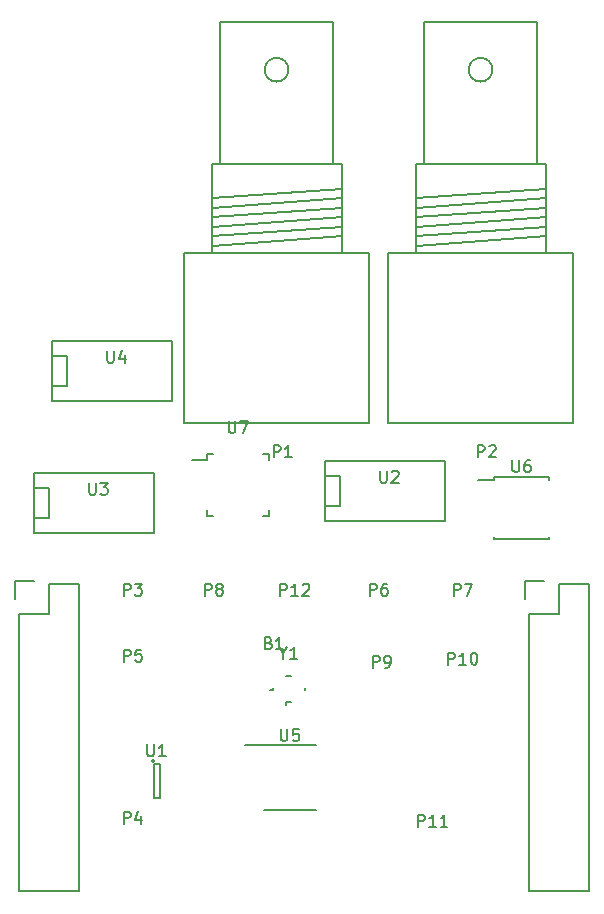
<source format=gbr>
G04 #@! TF.FileFunction,Legend,Top*
%FSLAX46Y46*%
G04 Gerber Fmt 4.6, Leading zero omitted, Abs format (unit mm)*
G04 Created by KiCad (PCBNEW 4.0.1-stable) date 5/9/2016 12:29:30 PM*
%MOMM*%
G01*
G04 APERTURE LIST*
%ADD10C,0.100000*%
%ADD11C,0.150000*%
G04 APERTURE END LIST*
D10*
D11*
X133604000Y-185039000D02*
X133604000Y-161544000D01*
X138684000Y-185039000D02*
X133604000Y-185039000D01*
X138684000Y-159004000D02*
X138684000Y-185039000D01*
X90424000Y-185039000D02*
X90424000Y-161544000D01*
X95504000Y-185039000D02*
X90424000Y-185039000D01*
X95504000Y-159004000D02*
X95504000Y-185039000D01*
X95504000Y-159004000D02*
X92964000Y-159004000D01*
X91694000Y-158724000D02*
X90144000Y-158724000D01*
X92964000Y-159004000D02*
X92964000Y-161544000D01*
X92964000Y-161544000D02*
X90424000Y-161544000D01*
X90144000Y-158724000D02*
X90144000Y-160274000D01*
X138684000Y-159004000D02*
X136144000Y-159004000D01*
X136144000Y-159004000D02*
X136144000Y-161544000D01*
X133324000Y-158724000D02*
X133324000Y-160274000D01*
X134874000Y-158724000D02*
X133324000Y-158724000D01*
X136144000Y-161544000D02*
X133604000Y-161544000D01*
X138684000Y-159004000D02*
X138684000Y-185039000D01*
X138684000Y-159004000D02*
X136144000Y-159004000D01*
X133604000Y-185039000D02*
X133604000Y-161544000D01*
X138684000Y-185039000D02*
X133604000Y-185039000D01*
X133324000Y-158724000D02*
X133324000Y-160274000D01*
X134874000Y-158724000D02*
X133324000Y-158724000D01*
X136144000Y-161544000D02*
X133604000Y-161544000D01*
X136144000Y-159004000D02*
X136144000Y-161544000D01*
X106768900Y-126375160D02*
X117767100Y-125575060D01*
X106768900Y-127175260D02*
X117767100Y-126375160D01*
X106768900Y-127975360D02*
X117767100Y-127175260D01*
X106768900Y-128775460D02*
X117767100Y-127975360D01*
X106768900Y-129575560D02*
X117767100Y-128775460D01*
X106768900Y-130375660D02*
X117767100Y-129575560D01*
X113268760Y-115476020D02*
G75*
G03X113268760Y-115476020I-1000760J0D01*
G01*
X117068600Y-123477020D02*
X117068600Y-111475520D01*
X117068600Y-111475520D02*
X107467400Y-111475520D01*
X107467400Y-111475520D02*
X107467400Y-123477020D01*
X117767100Y-130975100D02*
X117767100Y-123477020D01*
X117767100Y-123477020D02*
X106768900Y-123477020D01*
X106768900Y-123477020D02*
X106768900Y-130975100D01*
X104467660Y-145376900D02*
X120068340Y-145376900D01*
X120068340Y-145376900D02*
X120068340Y-130975100D01*
X120068340Y-130975100D02*
X104467660Y-130975100D01*
X104467660Y-130975100D02*
X104467660Y-145376900D01*
X124040900Y-126375160D02*
X135039100Y-125575060D01*
X124040900Y-127175260D02*
X135039100Y-126375160D01*
X124040900Y-127975360D02*
X135039100Y-127175260D01*
X124040900Y-128775460D02*
X135039100Y-127975360D01*
X124040900Y-129575560D02*
X135039100Y-128775460D01*
X124040900Y-130375660D02*
X135039100Y-129575560D01*
X130540760Y-115476020D02*
G75*
G03X130540760Y-115476020I-1000760J0D01*
G01*
X134340600Y-123477020D02*
X134340600Y-111475520D01*
X134340600Y-111475520D02*
X124739400Y-111475520D01*
X124739400Y-111475520D02*
X124739400Y-123477020D01*
X135039100Y-130975100D02*
X135039100Y-123477020D01*
X135039100Y-123477020D02*
X124040900Y-123477020D01*
X124040900Y-123477020D02*
X124040900Y-130975100D01*
X121739660Y-145376900D02*
X137340340Y-145376900D01*
X137340340Y-145376900D02*
X137340340Y-130975100D01*
X137340340Y-130975100D02*
X121739660Y-130975100D01*
X121739660Y-130975100D02*
X121739660Y-145376900D01*
X101908000Y-174002000D02*
G75*
G03X101908000Y-174002000I-100000J0D01*
G01*
X102358000Y-174252000D02*
X101858000Y-174252000D01*
X102358000Y-177152000D02*
X102358000Y-174252000D01*
X101858000Y-177152000D02*
X102358000Y-177152000D01*
X101858000Y-174252000D02*
X101858000Y-177152000D01*
X116332000Y-148590000D02*
X116332000Y-153670000D01*
X116332000Y-153670000D02*
X126492000Y-153670000D01*
X126492000Y-153670000D02*
X126492000Y-148590000D01*
X126492000Y-148590000D02*
X116332000Y-148590000D01*
X116332000Y-149860000D02*
X117602000Y-149860000D01*
X117602000Y-149860000D02*
X117602000Y-152400000D01*
X117602000Y-152400000D02*
X116332000Y-152400000D01*
X91694000Y-149606000D02*
X91694000Y-154686000D01*
X91694000Y-154686000D02*
X101854000Y-154686000D01*
X101854000Y-154686000D02*
X101854000Y-149606000D01*
X101854000Y-149606000D02*
X91694000Y-149606000D01*
X91694000Y-150876000D02*
X92964000Y-150876000D01*
X92964000Y-150876000D02*
X92964000Y-153416000D01*
X92964000Y-153416000D02*
X91694000Y-153416000D01*
X93218000Y-138430000D02*
X93218000Y-143510000D01*
X93218000Y-143510000D02*
X103378000Y-143510000D01*
X103378000Y-143510000D02*
X103378000Y-138430000D01*
X103378000Y-138430000D02*
X93218000Y-138430000D01*
X93218000Y-139700000D02*
X94488000Y-139700000D01*
X94488000Y-139700000D02*
X94488000Y-142240000D01*
X94488000Y-142240000D02*
X93218000Y-142240000D01*
X111182000Y-178138000D02*
X115582000Y-178138000D01*
X109607000Y-172688000D02*
X115582000Y-172688000D01*
X130673000Y-149999000D02*
X130673000Y-150224000D01*
X135323000Y-149999000D02*
X135323000Y-150224000D01*
X135323000Y-155249000D02*
X135323000Y-155024000D01*
X130673000Y-155249000D02*
X130673000Y-155024000D01*
X130673000Y-149999000D02*
X135323000Y-149999000D01*
X130673000Y-155249000D02*
X135323000Y-155249000D01*
X130673000Y-150224000D02*
X129323000Y-150224000D01*
X106341000Y-147997000D02*
X106341000Y-148507000D01*
X111591000Y-147997000D02*
X111591000Y-148507000D01*
X111591000Y-153247000D02*
X111591000Y-152737000D01*
X106341000Y-153247000D02*
X106341000Y-152737000D01*
X106341000Y-147997000D02*
X106851000Y-147997000D01*
X106341000Y-153247000D02*
X106851000Y-153247000D01*
X111591000Y-153247000D02*
X111081000Y-153247000D01*
X111591000Y-147997000D02*
X111081000Y-147997000D01*
X106341000Y-148507000D02*
X105116000Y-148507000D01*
X111934000Y-167994000D02*
X111684000Y-167994000D01*
X113084000Y-168994000D02*
X113084000Y-169294000D01*
X113484000Y-168994000D02*
X113084000Y-168994000D01*
X113084000Y-166794000D02*
X113484000Y-166794000D01*
X114634000Y-167994000D02*
X114634000Y-167794000D01*
X111934000Y-167994000D02*
X111934000Y-167794000D01*
X111609239Y-164012571D02*
X111752096Y-164060190D01*
X111799715Y-164107810D01*
X111847334Y-164203048D01*
X111847334Y-164345905D01*
X111799715Y-164441143D01*
X111752096Y-164488762D01*
X111656858Y-164536381D01*
X111275905Y-164536381D01*
X111275905Y-163536381D01*
X111609239Y-163536381D01*
X111704477Y-163584000D01*
X111752096Y-163631619D01*
X111799715Y-163726857D01*
X111799715Y-163822095D01*
X111752096Y-163917333D01*
X111704477Y-163964952D01*
X111609239Y-164012571D01*
X111275905Y-164012571D01*
X112799715Y-164536381D02*
X112228286Y-164536381D01*
X112514000Y-164536381D02*
X112514000Y-163536381D01*
X112418762Y-163679238D01*
X112323524Y-163774476D01*
X112228286Y-163822095D01*
X112037905Y-148280381D02*
X112037905Y-147280381D01*
X112418858Y-147280381D01*
X112514096Y-147328000D01*
X112561715Y-147375619D01*
X112609334Y-147470857D01*
X112609334Y-147613714D01*
X112561715Y-147708952D01*
X112514096Y-147756571D01*
X112418858Y-147804190D01*
X112037905Y-147804190D01*
X113561715Y-148280381D02*
X112990286Y-148280381D01*
X113276000Y-148280381D02*
X113276000Y-147280381D01*
X113180762Y-147423238D01*
X113085524Y-147518476D01*
X112990286Y-147566095D01*
X129309905Y-148280381D02*
X129309905Y-147280381D01*
X129690858Y-147280381D01*
X129786096Y-147328000D01*
X129833715Y-147375619D01*
X129881334Y-147470857D01*
X129881334Y-147613714D01*
X129833715Y-147708952D01*
X129786096Y-147756571D01*
X129690858Y-147804190D01*
X129309905Y-147804190D01*
X130262286Y-147375619D02*
X130309905Y-147328000D01*
X130405143Y-147280381D01*
X130643239Y-147280381D01*
X130738477Y-147328000D01*
X130786096Y-147375619D01*
X130833715Y-147470857D01*
X130833715Y-147566095D01*
X130786096Y-147708952D01*
X130214667Y-148280381D01*
X130833715Y-148280381D01*
X101296095Y-172604381D02*
X101296095Y-173413905D01*
X101343714Y-173509143D01*
X101391333Y-173556762D01*
X101486571Y-173604381D01*
X101677048Y-173604381D01*
X101772286Y-173556762D01*
X101819905Y-173509143D01*
X101867524Y-173413905D01*
X101867524Y-172604381D01*
X102867524Y-173604381D02*
X102296095Y-173604381D01*
X102581809Y-173604381D02*
X102581809Y-172604381D01*
X102486571Y-172747238D01*
X102391333Y-172842476D01*
X102296095Y-172890095D01*
X121031095Y-149439381D02*
X121031095Y-150248905D01*
X121078714Y-150344143D01*
X121126333Y-150391762D01*
X121221571Y-150439381D01*
X121412048Y-150439381D01*
X121507286Y-150391762D01*
X121554905Y-150344143D01*
X121602524Y-150248905D01*
X121602524Y-149439381D01*
X122031095Y-149534619D02*
X122078714Y-149487000D01*
X122173952Y-149439381D01*
X122412048Y-149439381D01*
X122507286Y-149487000D01*
X122554905Y-149534619D01*
X122602524Y-149629857D01*
X122602524Y-149725095D01*
X122554905Y-149867952D01*
X121983476Y-150439381D01*
X122602524Y-150439381D01*
X96393095Y-150455381D02*
X96393095Y-151264905D01*
X96440714Y-151360143D01*
X96488333Y-151407762D01*
X96583571Y-151455381D01*
X96774048Y-151455381D01*
X96869286Y-151407762D01*
X96916905Y-151360143D01*
X96964524Y-151264905D01*
X96964524Y-150455381D01*
X97345476Y-150455381D02*
X97964524Y-150455381D01*
X97631190Y-150836333D01*
X97774048Y-150836333D01*
X97869286Y-150883952D01*
X97916905Y-150931571D01*
X97964524Y-151026810D01*
X97964524Y-151264905D01*
X97916905Y-151360143D01*
X97869286Y-151407762D01*
X97774048Y-151455381D01*
X97488333Y-151455381D01*
X97393095Y-151407762D01*
X97345476Y-151360143D01*
X97917095Y-139279381D02*
X97917095Y-140088905D01*
X97964714Y-140184143D01*
X98012333Y-140231762D01*
X98107571Y-140279381D01*
X98298048Y-140279381D01*
X98393286Y-140231762D01*
X98440905Y-140184143D01*
X98488524Y-140088905D01*
X98488524Y-139279381D01*
X99393286Y-139612714D02*
X99393286Y-140279381D01*
X99155190Y-139231762D02*
X98917095Y-139946048D01*
X99536143Y-139946048D01*
X112620095Y-171315381D02*
X112620095Y-172124905D01*
X112667714Y-172220143D01*
X112715333Y-172267762D01*
X112810571Y-172315381D01*
X113001048Y-172315381D01*
X113096286Y-172267762D01*
X113143905Y-172220143D01*
X113191524Y-172124905D01*
X113191524Y-171315381D01*
X114143905Y-171315381D02*
X113667714Y-171315381D01*
X113620095Y-171791571D01*
X113667714Y-171743952D01*
X113762952Y-171696333D01*
X114001048Y-171696333D01*
X114096286Y-171743952D01*
X114143905Y-171791571D01*
X114191524Y-171886810D01*
X114191524Y-172124905D01*
X114143905Y-172220143D01*
X114096286Y-172267762D01*
X114001048Y-172315381D01*
X113762952Y-172315381D01*
X113667714Y-172267762D01*
X113620095Y-172220143D01*
X132236095Y-148526381D02*
X132236095Y-149335905D01*
X132283714Y-149431143D01*
X132331333Y-149478762D01*
X132426571Y-149526381D01*
X132617048Y-149526381D01*
X132712286Y-149478762D01*
X132759905Y-149431143D01*
X132807524Y-149335905D01*
X132807524Y-148526381D01*
X133712286Y-148526381D02*
X133521809Y-148526381D01*
X133426571Y-148574000D01*
X133378952Y-148621619D01*
X133283714Y-148764476D01*
X133236095Y-148954952D01*
X133236095Y-149335905D01*
X133283714Y-149431143D01*
X133331333Y-149478762D01*
X133426571Y-149526381D01*
X133617048Y-149526381D01*
X133712286Y-149478762D01*
X133759905Y-149431143D01*
X133807524Y-149335905D01*
X133807524Y-149097810D01*
X133759905Y-149002571D01*
X133712286Y-148954952D01*
X133617048Y-148907333D01*
X133426571Y-148907333D01*
X133331333Y-148954952D01*
X133283714Y-149002571D01*
X133236095Y-149097810D01*
X108204095Y-145224381D02*
X108204095Y-146033905D01*
X108251714Y-146129143D01*
X108299333Y-146176762D01*
X108394571Y-146224381D01*
X108585048Y-146224381D01*
X108680286Y-146176762D01*
X108727905Y-146129143D01*
X108775524Y-146033905D01*
X108775524Y-145224381D01*
X109156476Y-145224381D02*
X109823143Y-145224381D01*
X109394571Y-146224381D01*
X112807809Y-164870190D02*
X112807809Y-165346381D01*
X112474476Y-164346381D02*
X112807809Y-164870190D01*
X113141143Y-164346381D01*
X113998286Y-165346381D02*
X113426857Y-165346381D01*
X113712571Y-165346381D02*
X113712571Y-164346381D01*
X113617333Y-164489238D01*
X113522095Y-164584476D01*
X113426857Y-164632095D01*
X99337905Y-159996381D02*
X99337905Y-158996381D01*
X99718858Y-158996381D01*
X99814096Y-159044000D01*
X99861715Y-159091619D01*
X99909334Y-159186857D01*
X99909334Y-159329714D01*
X99861715Y-159424952D01*
X99814096Y-159472571D01*
X99718858Y-159520190D01*
X99337905Y-159520190D01*
X100242667Y-158996381D02*
X100861715Y-158996381D01*
X100528381Y-159377333D01*
X100671239Y-159377333D01*
X100766477Y-159424952D01*
X100814096Y-159472571D01*
X100861715Y-159567810D01*
X100861715Y-159805905D01*
X100814096Y-159901143D01*
X100766477Y-159948762D01*
X100671239Y-159996381D01*
X100385524Y-159996381D01*
X100290286Y-159948762D01*
X100242667Y-159901143D01*
X99337905Y-179300381D02*
X99337905Y-178300381D01*
X99718858Y-178300381D01*
X99814096Y-178348000D01*
X99861715Y-178395619D01*
X99909334Y-178490857D01*
X99909334Y-178633714D01*
X99861715Y-178728952D01*
X99814096Y-178776571D01*
X99718858Y-178824190D01*
X99337905Y-178824190D01*
X100766477Y-178633714D02*
X100766477Y-179300381D01*
X100528381Y-178252762D02*
X100290286Y-178967048D01*
X100909334Y-178967048D01*
X99337905Y-165584381D02*
X99337905Y-164584381D01*
X99718858Y-164584381D01*
X99814096Y-164632000D01*
X99861715Y-164679619D01*
X99909334Y-164774857D01*
X99909334Y-164917714D01*
X99861715Y-165012952D01*
X99814096Y-165060571D01*
X99718858Y-165108190D01*
X99337905Y-165108190D01*
X100814096Y-164584381D02*
X100337905Y-164584381D01*
X100290286Y-165060571D01*
X100337905Y-165012952D01*
X100433143Y-164965333D01*
X100671239Y-164965333D01*
X100766477Y-165012952D01*
X100814096Y-165060571D01*
X100861715Y-165155810D01*
X100861715Y-165393905D01*
X100814096Y-165489143D01*
X100766477Y-165536762D01*
X100671239Y-165584381D01*
X100433143Y-165584381D01*
X100337905Y-165536762D01*
X100290286Y-165489143D01*
X120165905Y-159996381D02*
X120165905Y-158996381D01*
X120546858Y-158996381D01*
X120642096Y-159044000D01*
X120689715Y-159091619D01*
X120737334Y-159186857D01*
X120737334Y-159329714D01*
X120689715Y-159424952D01*
X120642096Y-159472571D01*
X120546858Y-159520190D01*
X120165905Y-159520190D01*
X121594477Y-158996381D02*
X121404000Y-158996381D01*
X121308762Y-159044000D01*
X121261143Y-159091619D01*
X121165905Y-159234476D01*
X121118286Y-159424952D01*
X121118286Y-159805905D01*
X121165905Y-159901143D01*
X121213524Y-159948762D01*
X121308762Y-159996381D01*
X121499239Y-159996381D01*
X121594477Y-159948762D01*
X121642096Y-159901143D01*
X121689715Y-159805905D01*
X121689715Y-159567810D01*
X121642096Y-159472571D01*
X121594477Y-159424952D01*
X121499239Y-159377333D01*
X121308762Y-159377333D01*
X121213524Y-159424952D01*
X121165905Y-159472571D01*
X121118286Y-159567810D01*
X127277905Y-159996381D02*
X127277905Y-158996381D01*
X127658858Y-158996381D01*
X127754096Y-159044000D01*
X127801715Y-159091619D01*
X127849334Y-159186857D01*
X127849334Y-159329714D01*
X127801715Y-159424952D01*
X127754096Y-159472571D01*
X127658858Y-159520190D01*
X127277905Y-159520190D01*
X128182667Y-158996381D02*
X128849334Y-158996381D01*
X128420762Y-159996381D01*
X106195905Y-159996381D02*
X106195905Y-158996381D01*
X106576858Y-158996381D01*
X106672096Y-159044000D01*
X106719715Y-159091619D01*
X106767334Y-159186857D01*
X106767334Y-159329714D01*
X106719715Y-159424952D01*
X106672096Y-159472571D01*
X106576858Y-159520190D01*
X106195905Y-159520190D01*
X107338762Y-159424952D02*
X107243524Y-159377333D01*
X107195905Y-159329714D01*
X107148286Y-159234476D01*
X107148286Y-159186857D01*
X107195905Y-159091619D01*
X107243524Y-159044000D01*
X107338762Y-158996381D01*
X107529239Y-158996381D01*
X107624477Y-159044000D01*
X107672096Y-159091619D01*
X107719715Y-159186857D01*
X107719715Y-159234476D01*
X107672096Y-159329714D01*
X107624477Y-159377333D01*
X107529239Y-159424952D01*
X107338762Y-159424952D01*
X107243524Y-159472571D01*
X107195905Y-159520190D01*
X107148286Y-159615429D01*
X107148286Y-159805905D01*
X107195905Y-159901143D01*
X107243524Y-159948762D01*
X107338762Y-159996381D01*
X107529239Y-159996381D01*
X107624477Y-159948762D01*
X107672096Y-159901143D01*
X107719715Y-159805905D01*
X107719715Y-159615429D01*
X107672096Y-159520190D01*
X107624477Y-159472571D01*
X107529239Y-159424952D01*
X120419905Y-166092381D02*
X120419905Y-165092381D01*
X120800858Y-165092381D01*
X120896096Y-165140000D01*
X120943715Y-165187619D01*
X120991334Y-165282857D01*
X120991334Y-165425714D01*
X120943715Y-165520952D01*
X120896096Y-165568571D01*
X120800858Y-165616190D01*
X120419905Y-165616190D01*
X121467524Y-166092381D02*
X121658000Y-166092381D01*
X121753239Y-166044762D01*
X121800858Y-165997143D01*
X121896096Y-165854286D01*
X121943715Y-165663810D01*
X121943715Y-165282857D01*
X121896096Y-165187619D01*
X121848477Y-165140000D01*
X121753239Y-165092381D01*
X121562762Y-165092381D01*
X121467524Y-165140000D01*
X121419905Y-165187619D01*
X121372286Y-165282857D01*
X121372286Y-165520952D01*
X121419905Y-165616190D01*
X121467524Y-165663810D01*
X121562762Y-165711429D01*
X121753239Y-165711429D01*
X121848477Y-165663810D01*
X121896096Y-165616190D01*
X121943715Y-165520952D01*
X126801714Y-165838381D02*
X126801714Y-164838381D01*
X127182667Y-164838381D01*
X127277905Y-164886000D01*
X127325524Y-164933619D01*
X127373143Y-165028857D01*
X127373143Y-165171714D01*
X127325524Y-165266952D01*
X127277905Y-165314571D01*
X127182667Y-165362190D01*
X126801714Y-165362190D01*
X128325524Y-165838381D02*
X127754095Y-165838381D01*
X128039809Y-165838381D02*
X128039809Y-164838381D01*
X127944571Y-164981238D01*
X127849333Y-165076476D01*
X127754095Y-165124095D01*
X128944571Y-164838381D02*
X129039810Y-164838381D01*
X129135048Y-164886000D01*
X129182667Y-164933619D01*
X129230286Y-165028857D01*
X129277905Y-165219333D01*
X129277905Y-165457429D01*
X129230286Y-165647905D01*
X129182667Y-165743143D01*
X129135048Y-165790762D01*
X129039810Y-165838381D01*
X128944571Y-165838381D01*
X128849333Y-165790762D01*
X128801714Y-165743143D01*
X128754095Y-165647905D01*
X128706476Y-165457429D01*
X128706476Y-165219333D01*
X128754095Y-165028857D01*
X128801714Y-164933619D01*
X128849333Y-164886000D01*
X128944571Y-164838381D01*
X124261714Y-179554381D02*
X124261714Y-178554381D01*
X124642667Y-178554381D01*
X124737905Y-178602000D01*
X124785524Y-178649619D01*
X124833143Y-178744857D01*
X124833143Y-178887714D01*
X124785524Y-178982952D01*
X124737905Y-179030571D01*
X124642667Y-179078190D01*
X124261714Y-179078190D01*
X125785524Y-179554381D02*
X125214095Y-179554381D01*
X125499809Y-179554381D02*
X125499809Y-178554381D01*
X125404571Y-178697238D01*
X125309333Y-178792476D01*
X125214095Y-178840095D01*
X126737905Y-179554381D02*
X126166476Y-179554381D01*
X126452190Y-179554381D02*
X126452190Y-178554381D01*
X126356952Y-178697238D01*
X126261714Y-178792476D01*
X126166476Y-178840095D01*
X112577714Y-159996381D02*
X112577714Y-158996381D01*
X112958667Y-158996381D01*
X113053905Y-159044000D01*
X113101524Y-159091619D01*
X113149143Y-159186857D01*
X113149143Y-159329714D01*
X113101524Y-159424952D01*
X113053905Y-159472571D01*
X112958667Y-159520190D01*
X112577714Y-159520190D01*
X114101524Y-159996381D02*
X113530095Y-159996381D01*
X113815809Y-159996381D02*
X113815809Y-158996381D01*
X113720571Y-159139238D01*
X113625333Y-159234476D01*
X113530095Y-159282095D01*
X114482476Y-159091619D02*
X114530095Y-159044000D01*
X114625333Y-158996381D01*
X114863429Y-158996381D01*
X114958667Y-159044000D01*
X115006286Y-159091619D01*
X115053905Y-159186857D01*
X115053905Y-159282095D01*
X115006286Y-159424952D01*
X114434857Y-159996381D01*
X115053905Y-159996381D01*
M02*

</source>
